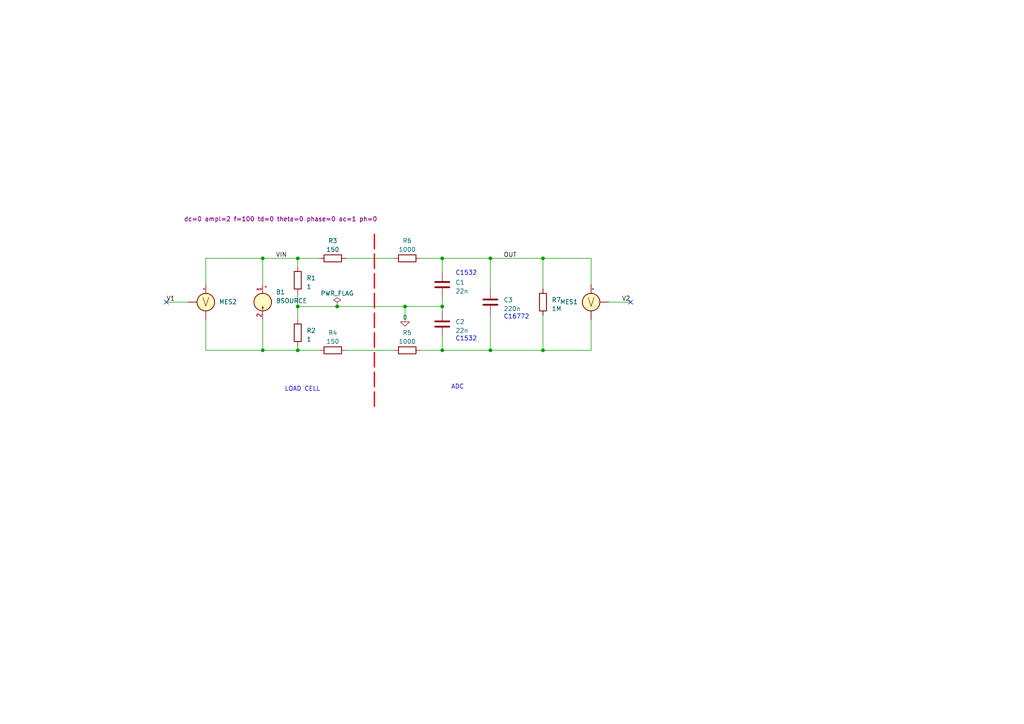
<source format=kicad_sch>
(kicad_sch (version 20230121) (generator eeschema)
  (paper "A4")
  (lib_symbols
    (symbol "Device:C" (pin_numbers hide) (pin_names (offset 0.254))
      (property "Reference" "C" (at 0.635 2.54 0))
      (property "Value" "C" (at 0.635 -2.54 0))
      (symbol "C_0_1"
        (polyline (pts (xy -2.032 -0.762) (xy 2.032 -0.762)) (stroke (width 0.508)))
        (polyline (pts (xy -2.032 0.762) (xy 2.032 0.762)) (stroke (width 0.508)))
      )
      (symbol "C_1_1"
        (pin passive line (at 0 3.81 270) (length 2.794) (name "~") (number "1"))
        (pin passive line (at 0 -3.81 90) (length 2.794) (name "~") (number "2"))
      )
    )
    (symbol "Device:R" (pin_numbers hide) (pin_names (offset 0))
      (property "Reference" "R" (at 2.032 0 90))
      (property "Value" "R" (at 0 0 90))
      (symbol "R_0_1"
        (rectangle (start -1.016 -2.54) (end 1.016 2.54) (stroke (width 0.254)))
      )
      (symbol "R_1_1"
        (pin passive line (at 0 3.81 270) (length 1.27) (name "~") (number "1"))
        (pin passive line (at 0 -3.81 90) (length 1.27) (name "~") (number "2"))
      )
    )
    (symbol "Simulation_SPICE:0" (power) (pin_names (offset 0))
      (property "Value" "0" (at 0 -1.778 0))
      (symbol "0_0_1"
        (polyline (pts (xy -1.27 0) (xy 0 -1.27) (xy 1.27 0) (xy -1.27 0)))
      )
      (symbol "0_1_1"
        (pin power_in line (at 0 0 0) (length 0) hide (name "0") (number "1"))
      )
    )
    (symbol "Simulation_SPICE:BSOURCE" (pin_names (offset 1.016) hide)
      (property "Reference" "B" (at 2.54 2.54 0))
      (property "Value" "BSOURCE" (at 2.54 0 0))
      (property "Sim.Params" "v=1" (at 2.54 -2.54 0))
      (symbol "BSOURCE_0_1"
        (polyline (pts (xy 0 -1.27) (xy 0 -2.286)))
        (polyline (pts (xy 0.254 -1.778) (xy 0 -1.27) (xy -0.254 -1.778)))
        (circle (center 0 0) (radius 2.54) (stroke (width 0.254)) (fill (type background)))
      )
      (symbol "BSOURCE_1_1"
        (polyline (pts (xy 0.635 4.445) (xy 1.143 4.445)))
        (polyline (pts (xy 0.889 4.699) (xy 0.889 4.191)))
        (pin passive line (at 0 5.08 270) (length 2.54) (name "N+") (number "1"))
        (pin passive line (at 0 -5.08 90) (length 2.54) (name "N-") (number "2"))
      )
    )
    (symbol "Simulation_SPICE:VOLTMETER_DIFF" (pin_numbers hide) (pin_names (offset 0.0254) hide) (in_bom no) (on_board no)
      (property "Reference" "MES?" (at -10.16 0 0))
      (symbol "VOLTMETER_DIFF_0_0"
        (text "V" (at 0 0 0) (effects (font (size 2.54 2.54))))
      )
      (symbol "VOLTMETER_DIFF_0_1"
        (polyline (pts (xy 0.254 3.81) (xy 0.762 3.81)))
        (polyline (pts (xy 0.508 4.064) (xy 0.508 3.556)))
        (circle (center 0 0) (radius 2.54) (stroke (width 0.254)) (fill (type background)))
      )
      (symbol "VOLTMETER_DIFF_1_1"
        (pin passive line (at 0 5.08 270) (length 2.54) (name "+") (number "1"))
        (pin passive line (at 0 -5.08 90) (length 2.54) (name "-") (number "2"))
        (pin output line (at 5.08 0 180) (length 2.54) (name "out") (number "3"))
      )
    )
    (symbol "power:PWR_FLAG" (power) (pin_numbers hide) (pin_names (offset 0) hide)
      (property "Value" "PWR_FLAG" (at 0 3.81 0))
      (symbol "PWR_FLAG_0_0"
        (pin power_out line (at 0 0 90) (length 0) (name "pwr") (number "1"))
      )
      (symbol "PWR_FLAG_0_1"
        (polyline (pts (xy 0 0) (xy 0 1.27) (xy -1.016 1.905) (xy 0 2.54) (xy 1.016 1.905) (xy 0 1.27)))
      )
    )
  )
  (junction (at 86.36 74.93))
  (junction (at 76.2 101.6))
  (junction (at 97.79 88.9))
  (junction (at 128.27 74.93))
  (junction (at 86.36 101.6))
  (junction (at 128.27 88.9))
  (junction (at 157.48 101.6))
  (junction (at 128.27 101.6))
  (junction (at 157.48 74.93))
  (junction (at 142.24 101.6))
  (junction (at 117.475 88.9))
  (junction (at 142.24 74.93))
  (junction (at 86.36 88.9))
  (junction (at 76.2 74.93))
  (no_connect (at 182.88 87.63))
  (no_connect (at 48.26 87.63))
  (wire (pts (xy 76.2 74.93) (xy 86.36 74.93)))
  (wire (pts (xy 59.69 92.71) (xy 59.69 101.6)))
  (wire (pts (xy 59.69 82.55) (xy 59.69 74.93)))
  (wire (pts (xy 121.92 74.93) (xy 128.27 74.93)))
  (wire (pts (xy 157.48 101.6) (xy 171.45 101.6)))
  (wire (pts (xy 117.475 88.9) (xy 128.27 88.9)))
  (wire (pts (xy 86.36 74.93) (xy 86.36 77.47)))
  (wire (pts (xy 121.92 101.6) (xy 128.27 101.6)))
  (wire (pts (xy 86.36 101.6) (xy 86.36 100.33)))
  (wire (pts (xy 157.48 74.93) (xy 171.45 74.93)))
  (wire (pts (xy 171.45 74.93) (xy 171.45 82.55)))
  (wire (pts (xy 171.45 101.6) (xy 171.45 92.71)))
  (wire (pts (xy 48.26 87.63) (xy 54.61 87.63)))
  (wire (pts (xy 128.27 86.36) (xy 128.27 88.9)))
  (wire (pts (xy 157.48 74.93) (xy 157.48 83.82)))
  (wire (pts (xy 142.24 91.44) (xy 142.24 101.6)))
  (wire (pts (xy 76.2 92.71) (xy 76.2 101.6)))
  (wire (pts (xy 176.53 87.63) (xy 182.88 87.63)))
  (wire (pts (xy 86.36 74.93) (xy 92.71 74.93)))
  (wire (pts (xy 59.69 74.93) (xy 76.2 74.93)))
  (wire (pts (xy 76.2 74.93) (xy 76.2 82.55)))
  (wire (pts (xy 128.27 88.9) (xy 128.27 90.17)))
  (wire (pts (xy 100.33 74.93) (xy 114.3 74.93)))
  (wire (pts (xy 76.2 101.6) (xy 86.36 101.6)))
  (wire (pts (xy 157.48 101.6) (xy 157.48 91.44)))
  (wire (pts (xy 86.36 88.9) (xy 97.79 88.9)))
  (wire (pts (xy 142.24 74.93) (xy 142.24 83.82)))
  (wire (pts (xy 128.27 74.93) (xy 128.27 78.74)))
  (wire (pts (xy 128.27 97.79) (xy 128.27 101.6)))
  (wire (pts (xy 100.33 101.6) (xy 114.3 101.6)))
  (wire (pts (xy 128.27 101.6) (xy 142.24 101.6)))
  (polyline (pts (xy 108.585 67.945) (xy 108.585 118.745)) (stroke (width 0.381) (type dash) (color 255 0 0 1)))
  (wire (pts (xy 117.475 88.9) (xy 117.475 93.345)))
  (wire (pts (xy 59.69 101.6) (xy 76.2 101.6)))
  (wire (pts (xy 142.24 74.93) (xy 157.48 74.93)))
  (wire (pts (xy 97.79 88.9) (xy 117.475 88.9)))
  (wire (pts (xy 86.36 101.6) (xy 92.71 101.6)))
  (wire (pts (xy 86.36 88.9) (xy 86.36 92.71)))
  (wire (pts (xy 142.24 101.6) (xy 157.48 101.6)))
  (wire (pts (xy 128.27 74.93) (xy 142.24 74.93)))
  (wire (pts (xy 86.36 85.09) (xy 86.36 88.9)))
  (text "C1532" (at 132.08 99.06 0) (effects (font (size 1.27 1.27)) (justify left bottom)))
  (text "LOAD CELL" (at 82.55 113.665 0) (effects (font (size 1.27 1.27)) (justify left bottom)))
  (text "C1532" (at 132.08 80.01 0) (effects (font (size 1.27 1.27)) (justify left bottom)))
  (text "C16772" (at 146.05 92.71 0) (effects (font (size 1.27 1.27)) (justify left bottom)))
  (text "ADC" (at 130.81 113.03 0) (effects (font (size 1.27 1.27)) (justify left bottom)))
  (label "VIN" (at 80.01 74.93 0))
  (label "OUT" (at 146.05 74.93 0))
  (label "V2" (at 180.34 87.63 0))
  (label "V1" (at 48.26 87.63 0))
  (symbol (lib_id "Device:R") (at 118.11 101.6 90) (unit 1)
    (property "Reference" "R5" (at 118.11 96.52 90))
    (property "Value" "1000" (at 118.11 99.06 90))
    (property "Sim.Device" "R" (effects hide))
    (property "Sim.Pins" "1=+ 2=-" (effects hide))
  )
  (symbol (lib_id "Device:R") (at 86.36 81.28 0) (unit 1)
    (property "Reference" "R1" (at 88.9 80.645 0) (effects (justify left)))
    (property "Value" "1" (at 88.9 83.185 0) (effects (justify left)))
    (property "Sim.Device" "R" (effects hide))
    (property "Sim.Pins" "1=+ 2=-" (effects hide))
  )
  (symbol (lib_id "Device:R") (at 118.11 74.93 90) (unit 1)
    (property "Reference" "R6" (at 118.11 69.85 90))
    (property "Value" "1000" (at 118.11 72.39 90))
    (property "Sim.Device" "R" (effects hide))
    (property "Sim.Pins" "1=+ 2=-" (effects hide))
  )
  (symbol (lib_id "Device:R") (at 96.52 74.93 90) (unit 1)
    (property "Reference" "R3" (at 96.52 69.85 90))
    (property "Value" "150" (at 96.52 72.39 90))
    (property "Sim.Device" "R" (effects hide))
    (property "Sim.Pins" "1=+ 2=-" (effects hide))
  )
  (symbol (lib_id "Device:C") (at 128.27 93.98 0) (unit 1)
    (property "Reference" "C2" (at 132.08 93.345 0) (effects (justify left)))
    (property "Value" "22n" (at 132.08 95.885 0) (effects (justify left)))
  )
  (symbol (lib_id "Simulation_SPICE:VOLTMETER_DIFF") (at 59.69 87.63 0) (mirror y) (unit 1) (in_bom no) (on_board no)
    (property "Reference" "MES2" (at 63.5 87.5665 0) (effects (justify right)))
    (property "Value" "VOLTMETER_DIFF" (effects hide))
    (property "Datasheet" "https://ngspice.sourceforge.io/docs/ngspice-manual.pdf" (effects hide))
    (property "Sim.Name" "kicad_builtin_vdiff" (effects hide))
    (property "Sim.Device" "SUBCKT" (effects hide))
    (property "Sim.Pins" "1=1 2=2 3=3" (effects hide))
    (property "Sim.Library" "${KICAD7_SYMBOL_DIR}/Simulation_SPICE.sp" (effects hide))
  )
  (symbol (lib_id "Device:C") (at 128.27 82.55 0) (unit 1)
    (property "Reference" "C1" (at 132.08 81.915 0) (effects (justify left)))
    (property "Value" "22n" (at 132.08 84.455 0) (effects (justify left)))
  )
  (symbol (lib_id "Device:R") (at 86.36 96.52 0) (unit 1)
    (property "Reference" "R2" (at 88.9 95.885 0) (effects (justify left)))
    (property "Value" "1" (at 88.9 98.425 0) (effects (justify left)))
    (property "Sim.Device" "R" (effects hide))
    (property "Sim.Pins" "1=+ 2=-" (effects hide))
  )
  (symbol (lib_id "Simulation_SPICE:BSOURCE") (at 76.2 87.63 0) (unit 1)
    (property "Reference" "B1" (at 80.01 84.709 0) (effects (justify left)))
    (property "Value" "BSOURCE" (at 80.01 87.249 0) (effects (justify left)))
    (property "Datasheet" "https://ngspice.sourceforge.io/docs.html" (effects hide))
    (property "Sim.Device" "V" (effects hide))
    (property "Sim.Type" "SIN" (effects hide))
    (property "Sim.Pins" "1=+ 2=-" (effects hide))
    (property "Sim.Params" "dc=0 ampl=2 f=100 td=0 theta=0 phase=0 ac=1 ph=0" (at 53.34 63.5 0) (effects (justify left)))
  )
  (symbol (lib_id "Device:R") (at 157.48 87.63 180) (unit 1)
    (property "Reference" "R7" (at 160.02 86.995 0) (effects (justify right)))
    (property "Value" "1M" (at 160.02 89.535 0) (effects (justify right)))
    (property "Sim.Device" "R" (effects hide))
    (property "Sim.Pins" "1=+ 2=-" (effects hide))
  )
  (symbol (lib_id "Simulation_SPICE:0") (at 117.475 93.345 0) (unit 1)
    (property "Reference" "#GND01" (effects hide))
    (property "Value" "0" (at 117.475 92.075 0))
  )
  (symbol (lib_id "power:PWR_FLAG") (at 97.79 88.9 0) (unit 1)
    (property "Reference" "#FLG01" (effects hide))
    (property "Value" "PWR_FLAG" (at 97.79 85.09 0))
  )
  (symbol (lib_id "Device:C") (at 142.24 87.63 0) (unit 1)
    (property "Reference" "C3" (at 146.05 86.995 0) (effects (justify left)))
    (property "Value" "220n" (at 146.05 89.535 0) (effects (justify left)))
    (property "Sim.Device" "C" (effects hide))
    (property "Sim.Pins" "1=+ 2=-" (effects hide))
  )
  (symbol (lib_id "Simulation_SPICE:VOLTMETER_DIFF") (at 171.45 87.63 0) (unit 1) (in_bom no) (on_board no)
    (property "Reference" "MES1" (at 167.64 87.5665 0) (effects (justify right)))
    (property "Value" "VOLTMETER_DIFF" (effects hide))
    (property "Datasheet" "https://ngspice.sourceforge.io/docs/ngspice-manual.pdf" (effects hide))
    (property "Sim.Name" "kicad_builtin_vdiff" (effects hide))
    (property "Sim.Device" "SUBCKT" (effects hide))
    (property "Sim.Pins" "1=1 2=2 3=3" (effects hide))
    (property "Sim.Library" "${KICAD7_SYMBOL_DIR}/Simulation_SPICE.sp" (effects hide))
  )
  (symbol (lib_id "Device:R") (at 96.52 101.6 90) (unit 1)
    (property "Reference" "R4" (at 96.52 96.52 90))
    (property "Value" "150" (at 96.52 99.06 90))
    (property "Sim.Device" "R" (effects hide))
    (property "Sim.Pins" "1=+ 2=-" (effects hide))
  )
)
</source>
